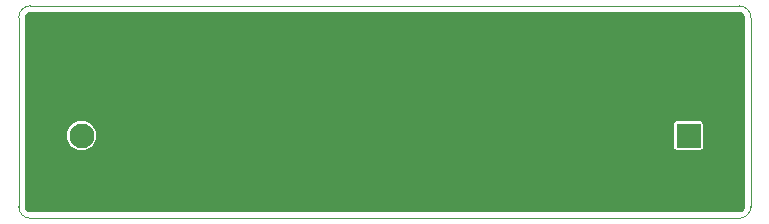
<source format=gbl>
G04 #@! TF.GenerationSoftware,KiCad,Pcbnew,9.0.4*
G04 #@! TF.CreationDate,2025-09-22T12:07:41+05:30*
G04 #@! TF.ProjectId,buck-converter-8A,6275636b-2d63-46f6-9e76-65727465722d,rev?*
G04 #@! TF.SameCoordinates,Original*
G04 #@! TF.FileFunction,Copper,L2,Bot*
G04 #@! TF.FilePolarity,Positive*
%FSLAX46Y46*%
G04 Gerber Fmt 4.6, Leading zero omitted, Abs format (unit mm)*
G04 Created by KiCad (PCBNEW 9.0.4) date 2025-09-22 12:07:41*
%MOMM*%
%LPD*%
G01*
G04 APERTURE LIST*
G04 Aperture macros list*
%AMRoundRect*
0 Rectangle with rounded corners*
0 $1 Rounding radius*
0 $2 $3 $4 $5 $6 $7 $8 $9 X,Y pos of 4 corners*
0 Add a 4 corners polygon primitive as box body*
4,1,4,$2,$3,$4,$5,$6,$7,$8,$9,$2,$3,0*
0 Add four circle primitives for the rounded corners*
1,1,$1+$1,$2,$3*
1,1,$1+$1,$4,$5*
1,1,$1+$1,$6,$7*
1,1,$1+$1,$8,$9*
0 Add four rect primitives between the rounded corners*
20,1,$1+$1,$2,$3,$4,$5,0*
20,1,$1+$1,$4,$5,$6,$7,0*
20,1,$1+$1,$6,$7,$8,$9,0*
20,1,$1+$1,$8,$9,$2,$3,0*%
G04 Aperture macros list end*
G04 #@! TA.AperFunction,ComponentPad*
%ADD10RoundRect,0.250001X-0.799999X0.799999X-0.799999X-0.799999X0.799999X-0.799999X0.799999X0.799999X0*%
G04 #@! TD*
G04 #@! TA.AperFunction,ComponentPad*
%ADD11C,2.100000*%
G04 #@! TD*
G04 #@! TA.AperFunction,ComponentPad*
%ADD12C,0.700000*%
G04 #@! TD*
G04 #@! TA.AperFunction,ComponentPad*
%ADD13RoundRect,0.250001X0.799999X-0.799999X0.799999X0.799999X-0.799999X0.799999X-0.799999X-0.799999X0*%
G04 #@! TD*
G04 #@! TA.AperFunction,ViaPad*
%ADD14C,0.700000*%
G04 #@! TD*
G04 #@! TA.AperFunction,Profile*
%ADD15C,0.050000*%
G04 #@! TD*
G04 APERTURE END LIST*
D10*
X114732500Y-86550000D03*
D11*
X114732500Y-91550000D03*
D12*
X132787500Y-88587500D03*
X132787500Y-89612500D03*
X133812500Y-88587500D03*
X133812500Y-89612500D03*
D13*
X166117500Y-91550000D03*
D11*
X166117500Y-86550000D03*
D14*
X152000000Y-83676750D03*
X160000000Y-83676750D03*
X122000000Y-95676750D03*
X148250000Y-87750000D03*
X139000000Y-96950000D03*
X149250000Y-86800000D03*
X158000000Y-85100000D03*
X152000000Y-82000000D03*
X168000000Y-83676750D03*
X153200000Y-95400000D03*
X135000000Y-95700000D03*
X155200000Y-96800000D03*
X122000000Y-97150000D03*
X122000000Y-85050000D03*
X159200000Y-96800000D03*
X132000000Y-82000000D03*
X128000000Y-85050000D03*
X162000000Y-82000000D03*
X124000000Y-83676750D03*
X170000000Y-87676750D03*
X156000000Y-85100000D03*
X140000000Y-91676750D03*
X126000000Y-83676750D03*
X114000000Y-83676750D03*
X142800000Y-89800000D03*
X140000000Y-95676750D03*
X136800000Y-95700000D03*
X160000000Y-85100000D03*
X128000000Y-95676750D03*
X141600000Y-90950000D03*
X126000000Y-85050000D03*
X170000000Y-81900000D03*
X130800000Y-87050000D03*
X118000000Y-85676750D03*
X116000000Y-83676750D03*
X134000000Y-82000000D03*
X112000000Y-83676750D03*
X168000000Y-85676750D03*
X133200000Y-95700000D03*
X128000000Y-82000000D03*
X112000000Y-82050000D03*
X162000000Y-83676750D03*
X153200000Y-96800000D03*
X134150000Y-86000000D03*
X120000000Y-85676750D03*
X126000000Y-97150000D03*
X126000000Y-95676750D03*
X118000000Y-82050000D03*
X150200000Y-83700000D03*
X170000000Y-83676750D03*
X122000000Y-83676750D03*
X147200000Y-88750000D03*
X124000000Y-95676750D03*
X150200000Y-85800000D03*
X164000000Y-83676750D03*
X150200000Y-82000000D03*
X120000000Y-83676750D03*
X133200000Y-94050000D03*
X146150000Y-89800000D03*
X130000000Y-82000000D03*
X124000000Y-82050000D03*
X135000000Y-94100000D03*
X157200000Y-96800000D03*
X114000000Y-82050000D03*
X160000000Y-82000000D03*
X124000000Y-85050000D03*
X124000000Y-97150000D03*
X164000000Y-85676750D03*
X144450000Y-89800000D03*
X168000000Y-87676750D03*
X112000000Y-85676750D03*
X154000000Y-85100000D03*
X132000000Y-83676750D03*
X128000000Y-83676750D03*
X157200000Y-95400000D03*
X118000000Y-83676750D03*
X168000000Y-81900000D03*
X128000000Y-97150000D03*
X134000000Y-83676750D03*
X164000000Y-82000000D03*
X133200000Y-92450000D03*
X166000000Y-82000000D03*
X159200000Y-95400000D03*
X130000000Y-83676750D03*
X120000000Y-82050000D03*
X170000000Y-85676750D03*
X154000000Y-83676750D03*
X155200000Y-95400000D03*
X138650000Y-92650000D03*
X158000000Y-83676750D03*
X137650000Y-91050000D03*
X126000000Y-82050000D03*
X152000000Y-85676750D03*
X156000000Y-82000000D03*
X130000000Y-85676750D03*
X154000000Y-82000000D03*
X158000000Y-82000000D03*
X116000000Y-82050000D03*
X140000000Y-93676750D03*
X156000000Y-83676750D03*
X122000000Y-82050000D03*
X162000000Y-85676750D03*
X166000000Y-83676750D03*
G04 #@! TA.AperFunction,Conductor*
G36*
X170408315Y-81051436D02*
G01*
X170494465Y-81061144D01*
X170526993Y-81068568D01*
X170600878Y-81094421D01*
X170630939Y-81108898D01*
X170697217Y-81150543D01*
X170723304Y-81171346D01*
X170778653Y-81226695D01*
X170799456Y-81252782D01*
X170841101Y-81319060D01*
X170855578Y-81349121D01*
X170881431Y-81423006D01*
X170888855Y-81455532D01*
X170898563Y-81541682D01*
X170899500Y-81558367D01*
X170899500Y-97541632D01*
X170898563Y-97558315D01*
X170898563Y-97558317D01*
X170888855Y-97644467D01*
X170881431Y-97676993D01*
X170855578Y-97750878D01*
X170841101Y-97780939D01*
X170799456Y-97847217D01*
X170778653Y-97873304D01*
X170723304Y-97928653D01*
X170697217Y-97949456D01*
X170630939Y-97991101D01*
X170600878Y-98005578D01*
X170526993Y-98031431D01*
X170494467Y-98038855D01*
X170431435Y-98045957D01*
X170408313Y-98048563D01*
X170391633Y-98049500D01*
X110408367Y-98049500D01*
X110391686Y-98048563D01*
X110365413Y-98045602D01*
X110305532Y-98038855D01*
X110273006Y-98031431D01*
X110199121Y-98005578D01*
X110169060Y-97991101D01*
X110102782Y-97949456D01*
X110076695Y-97928653D01*
X110021346Y-97873304D01*
X110000543Y-97847217D01*
X109958898Y-97780939D01*
X109944421Y-97750878D01*
X109918568Y-97676993D01*
X109911144Y-97644465D01*
X109901437Y-97558315D01*
X109900500Y-97541632D01*
X109900500Y-91451583D01*
X113482000Y-91451583D01*
X113482000Y-91648417D01*
X113512791Y-91842826D01*
X113573616Y-92030025D01*
X113573619Y-92030030D01*
X113573621Y-92030036D01*
X113657679Y-92195010D01*
X113662976Y-92205405D01*
X113778672Y-92364646D01*
X113917854Y-92503828D01*
X114077095Y-92619524D01*
X114252475Y-92708884D01*
X114439674Y-92769709D01*
X114634083Y-92800500D01*
X114634088Y-92800500D01*
X114830912Y-92800500D01*
X114830917Y-92800500D01*
X115025326Y-92769709D01*
X115212525Y-92708884D01*
X115387905Y-92619524D01*
X115547146Y-92503828D01*
X115686328Y-92364646D01*
X115802024Y-92205405D01*
X115891384Y-92030025D01*
X115952209Y-91842826D01*
X115983000Y-91648417D01*
X115983000Y-91451583D01*
X115952209Y-91257174D01*
X115891384Y-91069975D01*
X115802024Y-90894595D01*
X115802022Y-90894592D01*
X115718645Y-90779833D01*
X115718643Y-90779832D01*
X115686328Y-90735354D01*
X115646699Y-90695725D01*
X164867000Y-90695725D01*
X164867000Y-92404262D01*
X164867001Y-92404281D01*
X164869853Y-92434697D01*
X164914707Y-92562883D01*
X164995348Y-92672148D01*
X164995351Y-92672151D01*
X165104616Y-92752792D01*
X165104617Y-92752792D01*
X165104618Y-92752793D01*
X165232802Y-92797646D01*
X165263235Y-92800500D01*
X166971764Y-92800499D01*
X166971766Y-92800498D01*
X166971781Y-92800498D01*
X166998048Y-92798034D01*
X167002198Y-92797646D01*
X167130382Y-92752793D01*
X167239650Y-92672150D01*
X167320293Y-92562882D01*
X167365146Y-92434698D01*
X167368000Y-92404265D01*
X167367999Y-90695736D01*
X167367998Y-90695725D01*
X167367998Y-90695718D01*
X167365146Y-90665302D01*
X167340957Y-90596174D01*
X167320293Y-90537118D01*
X167278490Y-90480477D01*
X167239651Y-90427851D01*
X167239648Y-90427848D01*
X167130383Y-90347207D01*
X167070541Y-90326268D01*
X167002198Y-90302354D01*
X167002196Y-90302353D01*
X167002194Y-90302353D01*
X166971766Y-90299500D01*
X165263237Y-90299500D01*
X165263218Y-90299501D01*
X165232802Y-90302353D01*
X165104616Y-90347207D01*
X164995351Y-90427848D01*
X164995348Y-90427851D01*
X164914707Y-90537116D01*
X164869853Y-90665305D01*
X164867000Y-90695725D01*
X115646699Y-90695725D01*
X115547146Y-90596172D01*
X115387905Y-90480476D01*
X115377510Y-90475179D01*
X115212536Y-90391121D01*
X115212530Y-90391119D01*
X115212525Y-90391116D01*
X115025326Y-90330291D01*
X114830917Y-90299500D01*
X114634083Y-90299500D01*
X114439674Y-90330291D01*
X114252475Y-90391116D01*
X114252472Y-90391117D01*
X114252463Y-90391121D01*
X114077098Y-90480474D01*
X114077093Y-90480477D01*
X113917863Y-90596165D01*
X113917852Y-90596174D01*
X113778674Y-90735352D01*
X113778665Y-90735363D01*
X113662977Y-90894593D01*
X113662974Y-90894598D01*
X113573621Y-91069963D01*
X113573617Y-91069972D01*
X113573616Y-91069975D01*
X113512791Y-91257174D01*
X113482000Y-91451583D01*
X109900500Y-91451583D01*
X109900500Y-81558367D01*
X109901437Y-81541684D01*
X109901437Y-81541682D01*
X109911144Y-81455532D01*
X109918568Y-81423006D01*
X109944421Y-81349121D01*
X109958898Y-81319060D01*
X110000543Y-81252782D01*
X110021342Y-81226699D01*
X110076699Y-81171342D01*
X110102782Y-81150543D01*
X110169060Y-81108898D01*
X110199118Y-81094422D01*
X110273008Y-81068567D01*
X110305532Y-81061144D01*
X110391684Y-81051436D01*
X110408367Y-81050500D01*
X110465892Y-81050500D01*
X170334108Y-81050500D01*
X170391633Y-81050500D01*
X170408315Y-81051436D01*
G37*
G04 #@! TD.AperFunction*
D15*
X110400000Y-98550000D02*
G75*
G02*
X109400000Y-97550000I0J1000000D01*
G01*
X171400000Y-97550000D02*
G75*
G02*
X170400000Y-98550000I-1000000J0D01*
G01*
X170400000Y-98550000D02*
X110400000Y-98550000D01*
X110400000Y-80550000D02*
X170400000Y-80550000D01*
X171400000Y-81550000D02*
X171400000Y-97550000D01*
X170400000Y-80550000D02*
G75*
G02*
X171400000Y-81550000I0J-1000000D01*
G01*
X109400000Y-81550000D02*
G75*
G02*
X110400000Y-80550000I1000000J0D01*
G01*
X109400000Y-97550000D02*
X109400000Y-81550000D01*
M02*

</source>
